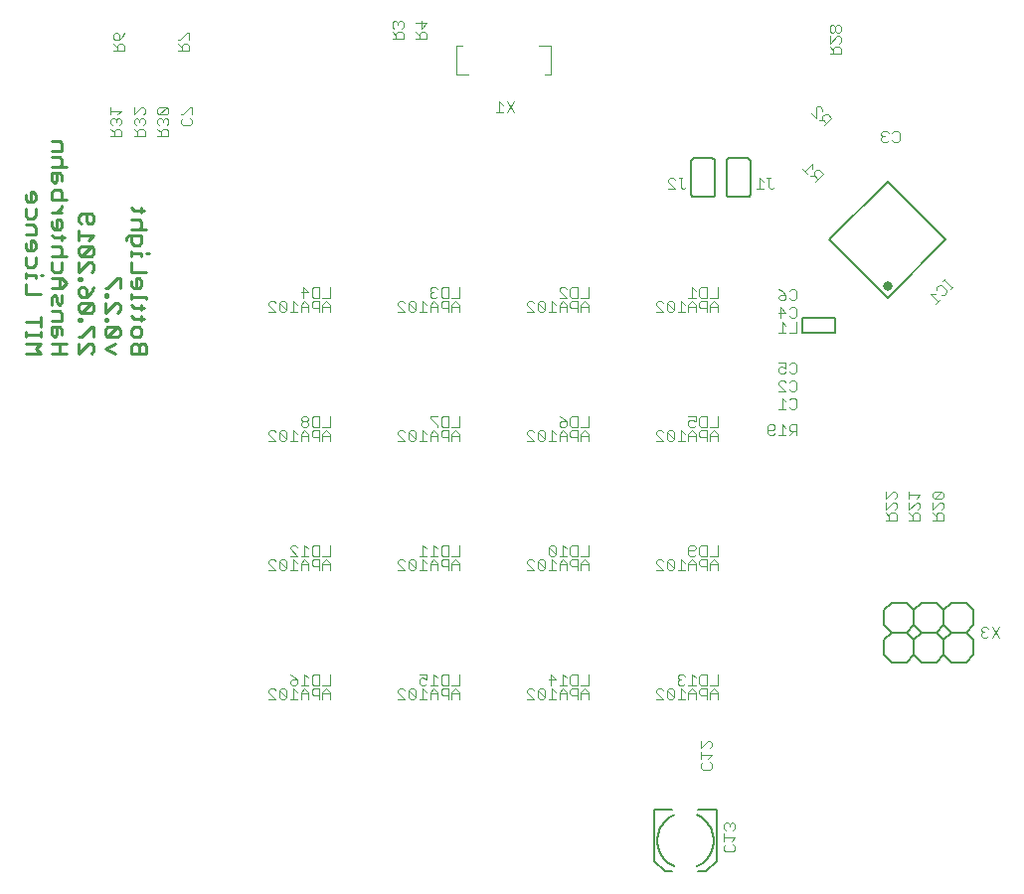
<source format=gbr>
G04 EAGLE Gerber RS-274X export*
G75*
%MOMM*%
%FSLAX34Y34*%
%LPD*%
%INSilkscreen Bottom*%
%IPPOS*%
%AMOC8*
5,1,8,0,0,1.08239X$1,22.5*%
G01*
%ADD10C,0.228600*%
%ADD11C,0.076200*%
%ADD12C,0.203200*%
%ADD13C,0.127000*%
%ADD14C,0.800000*%
%ADD15C,0.152400*%
%ADD16C,0.101600*%
%ADD17C,0.100000*%


D10*
X123143Y510143D02*
X135868Y510143D01*
X135868Y516505D01*
X133747Y518626D01*
X131626Y518626D01*
X129505Y516505D01*
X127385Y518626D01*
X125264Y518626D01*
X123143Y516505D01*
X123143Y510143D01*
X129505Y510143D02*
X129505Y516505D01*
X123143Y526076D02*
X123143Y530317D01*
X125264Y532438D01*
X129505Y532438D01*
X131626Y530317D01*
X131626Y526076D01*
X129505Y523955D01*
X125264Y523955D01*
X123143Y526076D01*
X125264Y539887D02*
X133747Y539887D01*
X125264Y539887D02*
X123143Y542008D01*
X131626Y542008D02*
X131626Y537767D01*
X133747Y549095D02*
X125264Y549095D01*
X123143Y551216D01*
X131626Y551216D02*
X131626Y546974D01*
X135868Y556182D02*
X135868Y558303D01*
X123143Y558303D01*
X123143Y556182D02*
X123143Y560424D01*
X123143Y567511D02*
X123143Y571753D01*
X123143Y567511D02*
X125264Y565390D01*
X129505Y565390D01*
X131626Y567511D01*
X131626Y571753D01*
X129505Y573873D01*
X127385Y573873D01*
X127385Y565390D01*
X123143Y579202D02*
X135868Y579202D01*
X123143Y579202D02*
X123143Y587685D01*
X131626Y593014D02*
X131626Y595134D01*
X123143Y595134D01*
X123143Y593014D02*
X123143Y597255D01*
X135868Y595134D02*
X137989Y595134D01*
X118901Y606463D02*
X118901Y608584D01*
X121022Y610705D01*
X131626Y610705D01*
X131626Y604342D01*
X129505Y602222D01*
X125264Y602222D01*
X123143Y604342D01*
X123143Y610705D01*
X123143Y616033D02*
X135868Y616033D01*
X131626Y618154D02*
X129505Y616033D01*
X131626Y618154D02*
X131626Y622396D01*
X129505Y624517D01*
X123143Y624517D01*
X125264Y631966D02*
X133747Y631966D01*
X125264Y631966D02*
X123143Y634087D01*
X131626Y634087D02*
X131626Y629845D01*
X100643Y514385D02*
X109126Y510143D01*
X109126Y518626D02*
X100643Y514385D01*
X102764Y523955D02*
X111247Y523955D01*
X113368Y526076D01*
X113368Y530317D01*
X111247Y532438D01*
X102764Y532438D01*
X100643Y530317D01*
X100643Y526076D01*
X102764Y523955D01*
X111247Y532438D01*
X102764Y537767D02*
X100643Y537767D01*
X102764Y537767D02*
X102764Y539887D01*
X100643Y539887D01*
X100643Y537767D01*
X100643Y544672D02*
X100643Y553156D01*
X109126Y553156D02*
X100643Y544672D01*
X109126Y553156D02*
X111247Y553156D01*
X113368Y551035D01*
X113368Y546793D01*
X111247Y544672D01*
X102764Y558484D02*
X100643Y558484D01*
X102764Y558484D02*
X102764Y560605D01*
X100643Y560605D01*
X100643Y558484D01*
X113368Y565390D02*
X113368Y573873D01*
X111247Y573873D01*
X102764Y565390D01*
X100643Y565390D01*
X78143Y518626D02*
X78143Y510143D01*
X86626Y518626D01*
X88747Y518626D01*
X90868Y516505D01*
X90868Y512264D01*
X88747Y510143D01*
X90868Y523955D02*
X90868Y532438D01*
X88747Y532438D01*
X80264Y523955D01*
X78143Y523955D01*
X78143Y537767D02*
X80264Y537767D01*
X80264Y539887D01*
X78143Y539887D01*
X78143Y537767D01*
X80264Y544672D02*
X88747Y544672D01*
X90868Y546793D01*
X90868Y551035D01*
X88747Y553156D01*
X80264Y553156D01*
X78143Y551035D01*
X78143Y546793D01*
X80264Y544672D01*
X88747Y553156D01*
X88747Y562726D02*
X90868Y566967D01*
X88747Y562726D02*
X84505Y558484D01*
X80264Y558484D01*
X78143Y560605D01*
X78143Y564847D01*
X80264Y566967D01*
X82385Y566967D01*
X84505Y564847D01*
X84505Y558484D01*
X80264Y572296D02*
X78143Y572296D01*
X80264Y572296D02*
X80264Y574417D01*
X78143Y574417D01*
X78143Y572296D01*
X78143Y579202D02*
X78143Y587685D01*
X78143Y579202D02*
X86626Y587685D01*
X88747Y587685D01*
X90868Y585564D01*
X90868Y581323D01*
X88747Y579202D01*
X88747Y593014D02*
X80264Y593014D01*
X88747Y593014D02*
X90868Y595134D01*
X90868Y599376D01*
X88747Y601497D01*
X80264Y601497D01*
X78143Y599376D01*
X78143Y595134D01*
X80264Y593014D01*
X88747Y601497D01*
X86626Y606825D02*
X90868Y611067D01*
X78143Y611067D01*
X78143Y606825D02*
X78143Y615309D01*
X80264Y620637D02*
X78143Y622758D01*
X78143Y627000D01*
X80264Y629120D01*
X88747Y629120D01*
X90868Y627000D01*
X90868Y622758D01*
X88747Y620637D01*
X86626Y620637D01*
X84505Y622758D01*
X84505Y629120D01*
X68368Y510143D02*
X55643Y510143D01*
X62005Y510143D02*
X62005Y518626D01*
X55643Y518626D02*
X68368Y518626D01*
X64126Y526076D02*
X64126Y530317D01*
X62005Y532438D01*
X55643Y532438D01*
X55643Y526076D01*
X57764Y523955D01*
X59885Y526076D01*
X59885Y532438D01*
X64126Y537767D02*
X55643Y537767D01*
X64126Y537767D02*
X64126Y544129D01*
X62005Y546250D01*
X55643Y546250D01*
X55643Y551578D02*
X55643Y557941D01*
X57764Y560062D01*
X59885Y557941D01*
X59885Y553699D01*
X62005Y551578D01*
X64126Y553699D01*
X64126Y560062D01*
X64126Y565390D02*
X55643Y565390D01*
X64126Y565390D02*
X68368Y569632D01*
X64126Y573873D01*
X55643Y573873D01*
X62005Y573873D02*
X62005Y565390D01*
X64126Y581323D02*
X64126Y587685D01*
X64126Y581323D02*
X62005Y579202D01*
X57764Y579202D01*
X55643Y581323D01*
X55643Y587685D01*
X55643Y593014D02*
X68368Y593014D01*
X64126Y595135D02*
X62005Y593014D01*
X64126Y595135D02*
X64126Y599376D01*
X62005Y601497D01*
X55643Y601497D01*
X57764Y608946D02*
X66247Y608946D01*
X57764Y608946D02*
X55643Y611067D01*
X64126Y611067D02*
X64126Y606825D01*
X55643Y618154D02*
X55643Y622396D01*
X55643Y618154D02*
X57764Y616033D01*
X62005Y616033D01*
X64126Y618154D01*
X64126Y622396D01*
X62005Y624517D01*
X59885Y624517D01*
X59885Y616033D01*
X55643Y629845D02*
X64126Y629845D01*
X59885Y629845D02*
X64126Y634087D01*
X64126Y636208D01*
X68368Y641355D02*
X55643Y641355D01*
X55643Y647717D01*
X57764Y649838D01*
X62005Y649838D01*
X64126Y647717D01*
X64126Y641355D01*
X64126Y657288D02*
X64126Y661529D01*
X62005Y663650D01*
X55643Y663650D01*
X55643Y657288D01*
X57764Y655167D01*
X59885Y657288D01*
X59885Y663650D01*
X55643Y668978D02*
X68368Y668978D01*
X64126Y671099D02*
X62005Y668978D01*
X64126Y671099D02*
X64126Y675341D01*
X62005Y677462D01*
X55643Y677462D01*
X55643Y682790D02*
X64126Y682790D01*
X64126Y689153D01*
X62005Y691274D01*
X55643Y691274D01*
X45868Y510143D02*
X33143Y510143D01*
X41626Y514385D02*
X45868Y510143D01*
X41626Y514385D02*
X45868Y518626D01*
X33143Y518626D01*
X33143Y523955D02*
X33143Y528196D01*
X33143Y526076D02*
X45868Y526076D01*
X45868Y528196D02*
X45868Y523955D01*
X45868Y537404D02*
X33143Y537404D01*
X45868Y533163D02*
X45868Y541646D01*
X45868Y560786D02*
X33143Y560786D01*
X33143Y569269D01*
X41626Y574598D02*
X41626Y576719D01*
X33143Y576719D01*
X33143Y574598D02*
X33143Y578840D01*
X45868Y576719D02*
X47989Y576719D01*
X41626Y585927D02*
X41626Y592289D01*
X41626Y585927D02*
X39505Y583806D01*
X35264Y583806D01*
X33143Y585927D01*
X33143Y592289D01*
X33143Y599738D02*
X33143Y603980D01*
X33143Y599738D02*
X35264Y597618D01*
X39505Y597618D01*
X41626Y599738D01*
X41626Y603980D01*
X39505Y606101D01*
X37385Y606101D01*
X37385Y597618D01*
X33143Y611429D02*
X41626Y611429D01*
X41626Y617792D01*
X39505Y619913D01*
X33143Y619913D01*
X41626Y627362D02*
X41626Y633724D01*
X41626Y627362D02*
X39505Y625241D01*
X35264Y625241D01*
X33143Y627362D01*
X33143Y633724D01*
X33143Y641174D02*
X33143Y645415D01*
X33143Y641174D02*
X35264Y639053D01*
X39505Y639053D01*
X41626Y641174D01*
X41626Y645415D01*
X39505Y647536D01*
X37385Y647536D01*
X37385Y639053D01*
D11*
X683455Y470586D02*
X684996Y472127D01*
X688078Y472127D01*
X689619Y470586D01*
X689619Y464422D01*
X688078Y462881D01*
X684996Y462881D01*
X683455Y464422D01*
X680411Y469045D02*
X677329Y472127D01*
X677329Y462881D01*
X680411Y462881D02*
X674247Y462881D01*
X615586Y161545D02*
X617127Y160004D01*
X617127Y156922D01*
X615586Y155381D01*
X609422Y155381D01*
X607881Y156922D01*
X607881Y160004D01*
X609422Y161545D01*
X614045Y164589D02*
X617127Y167671D01*
X607881Y167671D01*
X607881Y164589D02*
X607881Y170753D01*
X607881Y173797D02*
X607881Y179961D01*
X607881Y173797D02*
X614045Y179961D01*
X615586Y179961D01*
X617127Y178420D01*
X617127Y175338D01*
X615586Y173797D01*
D12*
X621500Y121500D02*
X621500Y77500D01*
X621500Y121500D02*
X606000Y121500D01*
X584000Y121500D02*
X568500Y121500D01*
X568500Y77500D01*
X577500Y68500D02*
X584000Y68500D01*
X606000Y68500D02*
X612500Y68500D01*
X621500Y77500D01*
X577500Y68500D02*
X568500Y77500D01*
X604500Y73000D02*
X605036Y73239D01*
X605566Y73491D01*
X606089Y73756D01*
X606606Y74034D01*
X607116Y74325D01*
X607619Y74627D01*
X608114Y74942D01*
X608601Y75270D01*
X609080Y75609D01*
X609550Y75959D01*
X610012Y76321D01*
X610465Y76694D01*
X610909Y77078D01*
X611343Y77473D01*
X611767Y77879D01*
X612181Y78294D01*
X612585Y78720D01*
X612979Y79156D01*
X613361Y79601D01*
X613733Y80055D01*
X614093Y80518D01*
X614442Y80990D01*
X614779Y81470D01*
X615104Y81958D01*
X615418Y82454D01*
X615719Y82958D01*
X616007Y83469D01*
X616283Y83987D01*
X616547Y84511D01*
X616797Y85042D01*
X617034Y85579D01*
X617258Y86121D01*
X617469Y86669D01*
X617666Y87221D01*
X617850Y87779D01*
X618020Y88340D01*
X618176Y88906D01*
X618318Y89475D01*
X618447Y90048D01*
X618561Y90624D01*
X618661Y91202D01*
X618747Y91782D01*
X618819Y92365D01*
X618876Y92949D01*
X618919Y93534D01*
X618948Y94120D01*
X618962Y94707D01*
X618962Y95293D01*
X618948Y95880D01*
X618919Y96466D01*
X618876Y97051D01*
X618819Y97635D01*
X618747Y98218D01*
X618661Y98798D01*
X618561Y99376D01*
X618447Y99952D01*
X618318Y100525D01*
X618176Y101094D01*
X618020Y101660D01*
X617850Y102221D01*
X617666Y102779D01*
X617469Y103331D01*
X617258Y103879D01*
X617034Y104421D01*
X616797Y104958D01*
X616547Y105489D01*
X616283Y106013D01*
X616007Y106531D01*
X615719Y107042D01*
X615418Y107546D01*
X615104Y108042D01*
X614779Y108530D01*
X614442Y109010D01*
X614093Y109482D01*
X613733Y109945D01*
X613361Y110399D01*
X612979Y110844D01*
X612585Y111280D01*
X612181Y111706D01*
X611767Y112121D01*
X611343Y112527D01*
X610909Y112922D01*
X610465Y113306D01*
X610012Y113679D01*
X609550Y114041D01*
X609080Y114391D01*
X608601Y114730D01*
X608114Y115058D01*
X607619Y115373D01*
X607116Y115675D01*
X606606Y115966D01*
X606089Y116244D01*
X605566Y116509D01*
X605036Y116761D01*
X604500Y117000D01*
X585500Y117000D02*
X584964Y116761D01*
X584434Y116509D01*
X583911Y116244D01*
X583394Y115966D01*
X582884Y115675D01*
X582381Y115373D01*
X581886Y115058D01*
X581399Y114730D01*
X580920Y114391D01*
X580450Y114041D01*
X579988Y113679D01*
X579535Y113306D01*
X579091Y112922D01*
X578657Y112527D01*
X578233Y112121D01*
X577819Y111706D01*
X577415Y111280D01*
X577021Y110844D01*
X576639Y110399D01*
X576267Y109945D01*
X575907Y109482D01*
X575558Y109010D01*
X575221Y108530D01*
X574896Y108042D01*
X574582Y107546D01*
X574281Y107042D01*
X573993Y106531D01*
X573717Y106013D01*
X573453Y105489D01*
X573203Y104958D01*
X572966Y104421D01*
X572742Y103879D01*
X572531Y103331D01*
X572334Y102779D01*
X572150Y102221D01*
X571980Y101660D01*
X571824Y101094D01*
X571682Y100525D01*
X571553Y99952D01*
X571439Y99376D01*
X571339Y98798D01*
X571253Y98218D01*
X571181Y97635D01*
X571124Y97051D01*
X571081Y96466D01*
X571052Y95880D01*
X571038Y95293D01*
X571038Y94707D01*
X571052Y94120D01*
X571081Y93534D01*
X571124Y92949D01*
X571181Y92365D01*
X571253Y91782D01*
X571339Y91202D01*
X571439Y90624D01*
X571553Y90048D01*
X571682Y89475D01*
X571824Y88906D01*
X571980Y88340D01*
X572150Y87779D01*
X572334Y87221D01*
X572531Y86669D01*
X572742Y86121D01*
X572966Y85579D01*
X573203Y85042D01*
X573453Y84511D01*
X573717Y83987D01*
X573993Y83469D01*
X574281Y82958D01*
X574582Y82454D01*
X574896Y81958D01*
X575221Y81470D01*
X575558Y80990D01*
X575907Y80518D01*
X576267Y80055D01*
X576639Y79601D01*
X577021Y79156D01*
X577415Y78720D01*
X577819Y78294D01*
X578233Y77879D01*
X578657Y77473D01*
X579091Y77078D01*
X579535Y76694D01*
X579988Y76321D01*
X580450Y75959D01*
X580920Y75609D01*
X581399Y75270D01*
X581886Y74942D01*
X582381Y74627D01*
X582884Y74325D01*
X583394Y74034D01*
X583911Y73756D01*
X584434Y73491D01*
X584964Y73239D01*
X585500Y73000D01*
D11*
X635586Y91545D02*
X637127Y90004D01*
X637127Y86922D01*
X635586Y85381D01*
X629422Y85381D01*
X627881Y86922D01*
X627881Y90004D01*
X629422Y91545D01*
X634045Y94589D02*
X637127Y97671D01*
X627881Y97671D01*
X627881Y94589D02*
X627881Y100753D01*
X635586Y103797D02*
X637127Y105338D01*
X637127Y108420D01*
X635586Y109961D01*
X634045Y109961D01*
X632504Y108420D01*
X632504Y106879D01*
X632504Y108420D02*
X630963Y109961D01*
X629422Y109961D01*
X627881Y108420D01*
X627881Y105338D01*
X629422Y103797D01*
X683455Y485586D02*
X684996Y487127D01*
X688078Y487127D01*
X689619Y485586D01*
X689619Y479422D01*
X688078Y477881D01*
X684996Y477881D01*
X683455Y479422D01*
X680411Y477881D02*
X674247Y477881D01*
X680411Y477881D02*
X674247Y484045D01*
X674247Y485586D01*
X675788Y487127D01*
X678870Y487127D01*
X680411Y485586D01*
X770955Y698086D02*
X772496Y699627D01*
X775578Y699627D01*
X777119Y698086D01*
X777119Y691922D01*
X775578Y690381D01*
X772496Y690381D01*
X770955Y691922D01*
X767911Y698086D02*
X766370Y699627D01*
X763288Y699627D01*
X761747Y698086D01*
X761747Y696545D01*
X763288Y695004D01*
X764829Y695004D01*
X763288Y695004D02*
X761747Y693463D01*
X761747Y691922D01*
X763288Y690381D01*
X766370Y690381D01*
X767911Y691922D01*
X684996Y549627D02*
X683455Y548086D01*
X684996Y549627D02*
X688078Y549627D01*
X689619Y548086D01*
X689619Y541922D01*
X688078Y540381D01*
X684996Y540381D01*
X683455Y541922D01*
X675788Y540381D02*
X675788Y549627D01*
X680411Y545004D01*
X674247Y545004D01*
X684996Y502127D02*
X683455Y500586D01*
X684996Y502127D02*
X688078Y502127D01*
X689619Y500586D01*
X689619Y494422D01*
X688078Y492881D01*
X684996Y492881D01*
X683455Y494422D01*
X680411Y502127D02*
X674247Y502127D01*
X680411Y502127D02*
X680411Y497504D01*
X677329Y499045D01*
X675788Y499045D01*
X674247Y497504D01*
X674247Y494422D01*
X675788Y492881D01*
X678870Y492881D01*
X680411Y494422D01*
X683455Y563086D02*
X684996Y564627D01*
X688078Y564627D01*
X689619Y563086D01*
X689619Y556922D01*
X688078Y555381D01*
X684996Y555381D01*
X683455Y556922D01*
X677329Y563086D02*
X674247Y564627D01*
X677329Y563086D02*
X680411Y560004D01*
X680411Y556922D01*
X678870Y555381D01*
X675788Y555381D01*
X674247Y556922D01*
X674247Y558463D01*
X675788Y560004D01*
X680411Y560004D01*
D13*
X767071Y656569D02*
X816569Y607071D01*
X767071Y656569D02*
X717574Y607071D01*
X767071Y557574D02*
X816569Y607071D01*
X767071Y557574D02*
X717574Y607071D01*
D14*
X767071Y567473D03*
D11*
X820777Y565331D02*
X822956Y567511D01*
X821866Y566421D02*
X815329Y572959D01*
X816418Y574048D02*
X814239Y571869D01*
X808809Y566439D02*
X808809Y564260D01*
X808809Y566439D02*
X810988Y568618D01*
X813167Y568618D01*
X817526Y564260D01*
X817526Y562080D01*
X815346Y559901D01*
X813167Y559901D01*
X807746Y561018D02*
X803387Y561018D01*
X809925Y554480D01*
X812104Y556659D02*
X807746Y552300D01*
X689619Y449627D02*
X689619Y440381D01*
X689619Y449627D02*
X684996Y449627D01*
X683455Y448086D01*
X683455Y445004D01*
X684996Y443463D01*
X689619Y443463D01*
X686537Y443463D02*
X683455Y440381D01*
X680411Y446545D02*
X677329Y449627D01*
X677329Y440381D01*
X680411Y440381D02*
X674247Y440381D01*
X671203Y441922D02*
X669662Y440381D01*
X666580Y440381D01*
X665039Y441922D01*
X665039Y448086D01*
X666580Y449627D01*
X669662Y449627D01*
X671203Y448086D01*
X671203Y446545D01*
X669662Y445004D01*
X665039Y445004D01*
X805381Y367881D02*
X814627Y367881D01*
X814627Y372504D01*
X813086Y374045D01*
X810004Y374045D01*
X808463Y372504D01*
X808463Y367881D01*
X808463Y370963D02*
X805381Y374045D01*
X805381Y377089D02*
X805381Y383253D01*
X805381Y377089D02*
X811545Y383253D01*
X813086Y383253D01*
X814627Y381712D01*
X814627Y378630D01*
X813086Y377089D01*
X813086Y386297D02*
X806922Y386297D01*
X813086Y386297D02*
X814627Y387838D01*
X814627Y390920D01*
X813086Y392461D01*
X806922Y392461D01*
X805381Y390920D01*
X805381Y387838D01*
X806922Y386297D01*
X813086Y392461D01*
X794627Y367881D02*
X785381Y367881D01*
X794627Y367881D02*
X794627Y372504D01*
X793086Y374045D01*
X790004Y374045D01*
X788463Y372504D01*
X788463Y367881D01*
X788463Y370963D02*
X785381Y374045D01*
X785381Y377089D02*
X785381Y383253D01*
X785381Y377089D02*
X791545Y383253D01*
X793086Y383253D01*
X794627Y381712D01*
X794627Y378630D01*
X793086Y377089D01*
X791545Y386297D02*
X794627Y389379D01*
X785381Y389379D01*
X785381Y386297D02*
X785381Y392461D01*
X774627Y367881D02*
X765381Y367881D01*
X774627Y367881D02*
X774627Y372504D01*
X773086Y374045D01*
X770004Y374045D01*
X768463Y372504D01*
X768463Y367881D01*
X768463Y370963D02*
X765381Y374045D01*
X765381Y377089D02*
X765381Y383253D01*
X765381Y377089D02*
X771545Y383253D01*
X773086Y383253D01*
X774627Y381712D01*
X774627Y378630D01*
X773086Y377089D01*
X765381Y386297D02*
X765381Y392461D01*
X765381Y386297D02*
X771545Y392461D01*
X773086Y392461D01*
X774627Y390920D01*
X774627Y387838D01*
X773086Y386297D01*
X727127Y765257D02*
X717881Y765257D01*
X727127Y765257D02*
X727127Y769880D01*
X725586Y771421D01*
X722504Y771421D01*
X720963Y769880D01*
X720963Y765257D01*
X720963Y768339D02*
X717881Y771421D01*
X717881Y774465D02*
X717881Y780629D01*
X717881Y774465D02*
X724045Y780629D01*
X725586Y780629D01*
X727127Y779088D01*
X727127Y776006D01*
X725586Y774465D01*
X725586Y783673D02*
X727127Y785214D01*
X727127Y788296D01*
X725586Y789837D01*
X724045Y789837D01*
X722504Y788296D01*
X720963Y789837D01*
X719422Y789837D01*
X717881Y788296D01*
X717881Y785214D01*
X719422Y783673D01*
X720963Y783673D01*
X722504Y785214D01*
X724045Y783673D01*
X725586Y783673D01*
X722504Y785214D02*
X722504Y788296D01*
X174627Y709088D02*
X173086Y710629D01*
X174627Y709088D02*
X174627Y706006D01*
X173086Y704465D01*
X166922Y704465D01*
X165381Y706006D01*
X165381Y709088D01*
X166922Y710629D01*
X174627Y713673D02*
X174627Y719837D01*
X173086Y719837D01*
X166922Y713673D01*
X165381Y713673D01*
X154627Y695257D02*
X145381Y695257D01*
X154627Y695257D02*
X154627Y699880D01*
X153086Y701421D01*
X150004Y701421D01*
X148463Y699880D01*
X148463Y695257D01*
X148463Y698339D02*
X145381Y701421D01*
X153086Y704465D02*
X154627Y706006D01*
X154627Y709088D01*
X153086Y710629D01*
X151545Y710629D01*
X150004Y709088D01*
X150004Y707547D01*
X150004Y709088D02*
X148463Y710629D01*
X146922Y710629D01*
X145381Y709088D01*
X145381Y706006D01*
X146922Y704465D01*
X146922Y713673D02*
X153086Y713673D01*
X154627Y715214D01*
X154627Y718296D01*
X153086Y719837D01*
X146922Y719837D01*
X145381Y718296D01*
X145381Y715214D01*
X146922Y713673D01*
X153086Y719837D01*
X114627Y695257D02*
X105381Y695257D01*
X114627Y695257D02*
X114627Y699880D01*
X113086Y701421D01*
X110004Y701421D01*
X108463Y699880D01*
X108463Y695257D01*
X108463Y698339D02*
X105381Y701421D01*
X113086Y704465D02*
X114627Y706006D01*
X114627Y709088D01*
X113086Y710629D01*
X111545Y710629D01*
X110004Y709088D01*
X110004Y707547D01*
X110004Y709088D02*
X108463Y710629D01*
X106922Y710629D01*
X105381Y709088D01*
X105381Y706006D01*
X106922Y704465D01*
X111545Y713673D02*
X114627Y716755D01*
X105381Y716755D01*
X105381Y713673D02*
X105381Y719837D01*
X125381Y695257D02*
X134627Y695257D01*
X134627Y699880D01*
X133086Y701421D01*
X130004Y701421D01*
X128463Y699880D01*
X128463Y695257D01*
X128463Y698339D02*
X125381Y701421D01*
X133086Y704465D02*
X134627Y706006D01*
X134627Y709088D01*
X133086Y710629D01*
X131545Y710629D01*
X130004Y709088D01*
X130004Y707547D01*
X130004Y709088D02*
X128463Y710629D01*
X126922Y710629D01*
X125381Y709088D01*
X125381Y706006D01*
X126922Y704465D01*
X125381Y713673D02*
X125381Y719837D01*
X125381Y713673D02*
X131545Y719837D01*
X133086Y719837D01*
X134627Y718296D01*
X134627Y715214D01*
X133086Y713673D01*
X117127Y767881D02*
X107881Y767881D01*
X117127Y767881D02*
X117127Y772504D01*
X115586Y774045D01*
X112504Y774045D01*
X110963Y772504D01*
X110963Y767881D01*
X110963Y770963D02*
X107881Y774045D01*
X115586Y780171D02*
X117127Y783253D01*
X115586Y780171D02*
X112504Y777089D01*
X109422Y777089D01*
X107881Y778630D01*
X107881Y781712D01*
X109422Y783253D01*
X110963Y783253D01*
X112504Y781712D01*
X112504Y777089D01*
D15*
X821350Y297700D02*
X834050Y297700D01*
X821350Y297700D02*
X815000Y291350D01*
X815000Y278650D01*
X821350Y272300D01*
X840400Y278650D02*
X840400Y291350D01*
X834050Y297700D01*
X840400Y278650D02*
X834050Y272300D01*
X821350Y272300D01*
X815000Y265950D01*
X815000Y253250D01*
X821350Y246900D01*
X834050Y246900D01*
X840400Y265950D02*
X834050Y272300D01*
X840400Y265950D02*
X840400Y253250D01*
X834050Y246900D01*
X789600Y253250D02*
X789600Y265950D01*
X789600Y278650D02*
X789600Y291350D01*
X789600Y278650D02*
X795950Y272300D01*
X789600Y265950D01*
X789600Y253250D02*
X795950Y246900D01*
X789600Y291350D02*
X795950Y297700D01*
X808650Y297700D01*
X808650Y272300D02*
X795950Y272300D01*
X795950Y246900D02*
X808650Y246900D01*
X815000Y265950D02*
X808650Y272300D01*
X815000Y291350D02*
X808650Y297700D01*
X815000Y278650D02*
X808650Y272300D01*
X815000Y253250D02*
X808650Y246900D01*
X764200Y278650D02*
X764200Y291350D01*
X764200Y265950D02*
X764200Y253250D01*
X770550Y272300D02*
X764200Y278650D01*
X770550Y272300D02*
X764200Y265950D01*
X764200Y253250D02*
X770550Y246900D01*
X764200Y291350D02*
X770550Y297700D01*
X783250Y272300D02*
X789600Y265950D01*
X783250Y272300D02*
X789600Y278650D01*
X789600Y291350D02*
X783250Y297700D01*
X789600Y253250D02*
X783250Y246900D01*
X783250Y272300D02*
X770550Y272300D01*
X770550Y297700D02*
X783250Y297700D01*
X783250Y246900D02*
X770550Y246900D01*
D16*
X855998Y268008D02*
X861992Y277000D01*
X855998Y277000D02*
X861992Y268008D01*
X852784Y275501D02*
X851286Y277000D01*
X848288Y277000D01*
X846790Y275501D01*
X846790Y274002D01*
X848288Y272504D01*
X849787Y272504D01*
X848288Y272504D02*
X846790Y271005D01*
X846790Y269507D01*
X848288Y268008D01*
X851286Y268008D01*
X852784Y269507D01*
D11*
X622119Y557381D02*
X622119Y566627D01*
X622119Y557381D02*
X615955Y557381D01*
X612911Y557381D02*
X612911Y566627D01*
X612911Y557381D02*
X608288Y557381D01*
X606747Y558922D01*
X606747Y565086D01*
X608288Y566627D01*
X612911Y566627D01*
X603703Y563545D02*
X600621Y566627D01*
X600621Y557381D01*
X603703Y557381D02*
X597539Y557381D01*
X622119Y551545D02*
X622119Y545381D01*
X622119Y551545D02*
X619037Y554627D01*
X615955Y551545D01*
X615955Y545381D01*
X615955Y550004D02*
X622119Y550004D01*
X612911Y545381D02*
X612911Y554627D01*
X608288Y554627D01*
X606747Y553086D01*
X606747Y550004D01*
X608288Y548463D01*
X612911Y548463D01*
X603703Y545381D02*
X603703Y551545D01*
X600621Y554627D01*
X597539Y551545D01*
X597539Y545381D01*
X597539Y550004D02*
X603703Y550004D01*
X594495Y551545D02*
X591414Y554627D01*
X591414Y545381D01*
X594495Y545381D02*
X588332Y545381D01*
X585288Y546922D02*
X585288Y553086D01*
X583747Y554627D01*
X580665Y554627D01*
X579124Y553086D01*
X579124Y546922D01*
X580665Y545381D01*
X583747Y545381D01*
X585288Y546922D01*
X579124Y553086D01*
X576080Y545381D02*
X569916Y545381D01*
X576080Y545381D02*
X569916Y551545D01*
X569916Y553086D01*
X571457Y554627D01*
X574539Y554627D01*
X576080Y553086D01*
X512119Y557381D02*
X512119Y566627D01*
X512119Y557381D02*
X505955Y557381D01*
X502911Y557381D02*
X502911Y566627D01*
X502911Y557381D02*
X498288Y557381D01*
X496747Y558922D01*
X496747Y565086D01*
X498288Y566627D01*
X502911Y566627D01*
X493703Y557381D02*
X487539Y557381D01*
X493703Y557381D02*
X487539Y563545D01*
X487539Y565086D01*
X489080Y566627D01*
X492162Y566627D01*
X493703Y565086D01*
X512119Y551545D02*
X512119Y545381D01*
X512119Y551545D02*
X509037Y554627D01*
X505955Y551545D01*
X505955Y545381D01*
X505955Y550004D02*
X512119Y550004D01*
X502911Y545381D02*
X502911Y554627D01*
X498288Y554627D01*
X496747Y553086D01*
X496747Y550004D01*
X498288Y548463D01*
X502911Y548463D01*
X493703Y545381D02*
X493703Y551545D01*
X490621Y554627D01*
X487539Y551545D01*
X487539Y545381D01*
X487539Y550004D02*
X493703Y550004D01*
X484495Y551545D02*
X481414Y554627D01*
X481414Y545381D01*
X484495Y545381D02*
X478332Y545381D01*
X475288Y546922D02*
X475288Y553086D01*
X473747Y554627D01*
X470665Y554627D01*
X469124Y553086D01*
X469124Y546922D01*
X470665Y545381D01*
X473747Y545381D01*
X475288Y546922D01*
X469124Y553086D01*
X466080Y545381D02*
X459916Y545381D01*
X466080Y545381D02*
X459916Y551545D01*
X459916Y553086D01*
X461457Y554627D01*
X464539Y554627D01*
X466080Y553086D01*
X402119Y557381D02*
X402119Y566627D01*
X402119Y557381D02*
X395955Y557381D01*
X392911Y557381D02*
X392911Y566627D01*
X392911Y557381D02*
X388288Y557381D01*
X386747Y558922D01*
X386747Y565086D01*
X388288Y566627D01*
X392911Y566627D01*
X383703Y565086D02*
X382162Y566627D01*
X379080Y566627D01*
X377539Y565086D01*
X377539Y563545D01*
X379080Y562004D01*
X380621Y562004D01*
X379080Y562004D02*
X377539Y560463D01*
X377539Y558922D01*
X379080Y557381D01*
X382162Y557381D01*
X383703Y558922D01*
X402119Y551545D02*
X402119Y545381D01*
X402119Y551545D02*
X399037Y554627D01*
X395955Y551545D01*
X395955Y545381D01*
X395955Y550004D02*
X402119Y550004D01*
X392911Y545381D02*
X392911Y554627D01*
X388288Y554627D01*
X386747Y553086D01*
X386747Y550004D01*
X388288Y548463D01*
X392911Y548463D01*
X383703Y545381D02*
X383703Y551545D01*
X380621Y554627D01*
X377539Y551545D01*
X377539Y545381D01*
X377539Y550004D02*
X383703Y550004D01*
X374495Y551545D02*
X371414Y554627D01*
X371414Y545381D01*
X374495Y545381D02*
X368332Y545381D01*
X365288Y546922D02*
X365288Y553086D01*
X363747Y554627D01*
X360665Y554627D01*
X359124Y553086D01*
X359124Y546922D01*
X360665Y545381D01*
X363747Y545381D01*
X365288Y546922D01*
X359124Y553086D01*
X356080Y545381D02*
X349916Y545381D01*
X356080Y545381D02*
X349916Y551545D01*
X349916Y553086D01*
X351457Y554627D01*
X354539Y554627D01*
X356080Y553086D01*
X292119Y557381D02*
X292119Y566627D01*
X292119Y557381D02*
X285955Y557381D01*
X282911Y557381D02*
X282911Y566627D01*
X282911Y557381D02*
X278288Y557381D01*
X276747Y558922D01*
X276747Y565086D01*
X278288Y566627D01*
X282911Y566627D01*
X269080Y566627D02*
X269080Y557381D01*
X273703Y562004D02*
X269080Y566627D01*
X267539Y562004D02*
X273703Y562004D01*
X292119Y551545D02*
X292119Y545381D01*
X292119Y551545D02*
X289037Y554627D01*
X285955Y551545D01*
X285955Y545381D01*
X285955Y550004D02*
X292119Y550004D01*
X282911Y545381D02*
X282911Y554627D01*
X278288Y554627D01*
X276747Y553086D01*
X276747Y550004D01*
X278288Y548463D01*
X282911Y548463D01*
X273703Y545381D02*
X273703Y551545D01*
X270621Y554627D01*
X267539Y551545D01*
X267539Y545381D01*
X267539Y550004D02*
X273703Y550004D01*
X264495Y551545D02*
X261414Y554627D01*
X261414Y545381D01*
X264495Y545381D02*
X258332Y545381D01*
X255288Y546922D02*
X255288Y553086D01*
X253747Y554627D01*
X250665Y554627D01*
X249124Y553086D01*
X249124Y546922D01*
X250665Y545381D01*
X253747Y545381D01*
X255288Y546922D01*
X249124Y553086D01*
X246080Y545381D02*
X239916Y545381D01*
X246080Y545381D02*
X239916Y551545D01*
X239916Y553086D01*
X241457Y554627D01*
X244539Y554627D01*
X246080Y553086D01*
X622119Y456627D02*
X622119Y447381D01*
X615955Y447381D01*
X612911Y447381D02*
X612911Y456627D01*
X612911Y447381D02*
X608288Y447381D01*
X606747Y448922D01*
X606747Y455086D01*
X608288Y456627D01*
X612911Y456627D01*
X603703Y456627D02*
X597539Y456627D01*
X603703Y456627D02*
X603703Y452004D01*
X600621Y453545D01*
X599080Y453545D01*
X597539Y452004D01*
X597539Y448922D01*
X599080Y447381D01*
X602162Y447381D01*
X603703Y448922D01*
X622119Y441545D02*
X622119Y435381D01*
X622119Y441545D02*
X619037Y444627D01*
X615955Y441545D01*
X615955Y435381D01*
X615955Y440004D02*
X622119Y440004D01*
X612911Y435381D02*
X612911Y444627D01*
X608288Y444627D01*
X606747Y443086D01*
X606747Y440004D01*
X608288Y438463D01*
X612911Y438463D01*
X603703Y435381D02*
X603703Y441545D01*
X600621Y444627D01*
X597539Y441545D01*
X597539Y435381D01*
X597539Y440004D02*
X603703Y440004D01*
X594495Y441545D02*
X591414Y444627D01*
X591414Y435381D01*
X594495Y435381D02*
X588332Y435381D01*
X585288Y436922D02*
X585288Y443086D01*
X583747Y444627D01*
X580665Y444627D01*
X579124Y443086D01*
X579124Y436922D01*
X580665Y435381D01*
X583747Y435381D01*
X585288Y436922D01*
X579124Y443086D01*
X576080Y435381D02*
X569916Y435381D01*
X576080Y435381D02*
X569916Y441545D01*
X569916Y443086D01*
X571457Y444627D01*
X574539Y444627D01*
X576080Y443086D01*
X512119Y447381D02*
X512119Y456627D01*
X512119Y447381D02*
X505955Y447381D01*
X502911Y447381D02*
X502911Y456627D01*
X502911Y447381D02*
X498288Y447381D01*
X496747Y448922D01*
X496747Y455086D01*
X498288Y456627D01*
X502911Y456627D01*
X490621Y455086D02*
X487539Y456627D01*
X490621Y455086D02*
X493703Y452004D01*
X493703Y448922D01*
X492162Y447381D01*
X489080Y447381D01*
X487539Y448922D01*
X487539Y450463D01*
X489080Y452004D01*
X493703Y452004D01*
X512119Y441545D02*
X512119Y435381D01*
X512119Y441545D02*
X509037Y444627D01*
X505955Y441545D01*
X505955Y435381D01*
X505955Y440004D02*
X512119Y440004D01*
X502911Y435381D02*
X502911Y444627D01*
X498288Y444627D01*
X496747Y443086D01*
X496747Y440004D01*
X498288Y438463D01*
X502911Y438463D01*
X493703Y435381D02*
X493703Y441545D01*
X490621Y444627D01*
X487539Y441545D01*
X487539Y435381D01*
X487539Y440004D02*
X493703Y440004D01*
X484495Y441545D02*
X481414Y444627D01*
X481414Y435381D01*
X484495Y435381D02*
X478332Y435381D01*
X475288Y436922D02*
X475288Y443086D01*
X473747Y444627D01*
X470665Y444627D01*
X469124Y443086D01*
X469124Y436922D01*
X470665Y435381D01*
X473747Y435381D01*
X475288Y436922D01*
X469124Y443086D01*
X466080Y435381D02*
X459916Y435381D01*
X466080Y435381D02*
X459916Y441545D01*
X459916Y443086D01*
X461457Y444627D01*
X464539Y444627D01*
X466080Y443086D01*
X402119Y447381D02*
X402119Y456627D01*
X402119Y447381D02*
X395955Y447381D01*
X392911Y447381D02*
X392911Y456627D01*
X392911Y447381D02*
X388288Y447381D01*
X386747Y448922D01*
X386747Y455086D01*
X388288Y456627D01*
X392911Y456627D01*
X383703Y456627D02*
X377539Y456627D01*
X377539Y455086D01*
X383703Y448922D01*
X383703Y447381D01*
X402119Y441545D02*
X402119Y435381D01*
X402119Y441545D02*
X399037Y444627D01*
X395955Y441545D01*
X395955Y435381D01*
X395955Y440004D02*
X402119Y440004D01*
X392911Y435381D02*
X392911Y444627D01*
X388288Y444627D01*
X386747Y443086D01*
X386747Y440004D01*
X388288Y438463D01*
X392911Y438463D01*
X383703Y435381D02*
X383703Y441545D01*
X380621Y444627D01*
X377539Y441545D01*
X377539Y435381D01*
X377539Y440004D02*
X383703Y440004D01*
X374495Y441545D02*
X371414Y444627D01*
X371414Y435381D01*
X374495Y435381D02*
X368332Y435381D01*
X365288Y436922D02*
X365288Y443086D01*
X363747Y444627D01*
X360665Y444627D01*
X359124Y443086D01*
X359124Y436922D01*
X360665Y435381D01*
X363747Y435381D01*
X365288Y436922D01*
X359124Y443086D01*
X356080Y435381D02*
X349916Y435381D01*
X356080Y435381D02*
X349916Y441545D01*
X349916Y443086D01*
X351457Y444627D01*
X354539Y444627D01*
X356080Y443086D01*
X292119Y447381D02*
X292119Y456627D01*
X292119Y447381D02*
X285955Y447381D01*
X282911Y447381D02*
X282911Y456627D01*
X282911Y447381D02*
X278288Y447381D01*
X276747Y448922D01*
X276747Y455086D01*
X278288Y456627D01*
X282911Y456627D01*
X273703Y455086D02*
X272162Y456627D01*
X269080Y456627D01*
X267539Y455086D01*
X267539Y453545D01*
X269080Y452004D01*
X267539Y450463D01*
X267539Y448922D01*
X269080Y447381D01*
X272162Y447381D01*
X273703Y448922D01*
X273703Y450463D01*
X272162Y452004D01*
X273703Y453545D01*
X273703Y455086D01*
X272162Y452004D02*
X269080Y452004D01*
X292119Y441545D02*
X292119Y435381D01*
X292119Y441545D02*
X289037Y444627D01*
X285955Y441545D01*
X285955Y435381D01*
X285955Y440004D02*
X292119Y440004D01*
X282911Y435381D02*
X282911Y444627D01*
X278288Y444627D01*
X276747Y443086D01*
X276747Y440004D01*
X278288Y438463D01*
X282911Y438463D01*
X273703Y435381D02*
X273703Y441545D01*
X270621Y444627D01*
X267539Y441545D01*
X267539Y435381D01*
X267539Y440004D02*
X273703Y440004D01*
X264495Y441545D02*
X261414Y444627D01*
X261414Y435381D01*
X264495Y435381D02*
X258332Y435381D01*
X255288Y436922D02*
X255288Y443086D01*
X253747Y444627D01*
X250665Y444627D01*
X249124Y443086D01*
X249124Y436922D01*
X250665Y435381D01*
X253747Y435381D01*
X255288Y436922D01*
X249124Y443086D01*
X246080Y435381D02*
X239916Y435381D01*
X246080Y435381D02*
X239916Y441545D01*
X239916Y443086D01*
X241457Y444627D01*
X244539Y444627D01*
X246080Y443086D01*
X622119Y346627D02*
X622119Y337381D01*
X615955Y337381D01*
X612911Y337381D02*
X612911Y346627D01*
X612911Y337381D02*
X608288Y337381D01*
X606747Y338922D01*
X606747Y345086D01*
X608288Y346627D01*
X612911Y346627D01*
X603703Y338922D02*
X602162Y337381D01*
X599080Y337381D01*
X597539Y338922D01*
X597539Y345086D01*
X599080Y346627D01*
X602162Y346627D01*
X603703Y345086D01*
X603703Y343545D01*
X602162Y342004D01*
X597539Y342004D01*
X622119Y331545D02*
X622119Y325381D01*
X622119Y331545D02*
X619037Y334627D01*
X615955Y331545D01*
X615955Y325381D01*
X615955Y330004D02*
X622119Y330004D01*
X612911Y325381D02*
X612911Y334627D01*
X608288Y334627D01*
X606747Y333086D01*
X606747Y330004D01*
X608288Y328463D01*
X612911Y328463D01*
X603703Y325381D02*
X603703Y331545D01*
X600621Y334627D01*
X597539Y331545D01*
X597539Y325381D01*
X597539Y330004D02*
X603703Y330004D01*
X594495Y331545D02*
X591414Y334627D01*
X591414Y325381D01*
X594495Y325381D02*
X588332Y325381D01*
X585288Y326922D02*
X585288Y333086D01*
X583747Y334627D01*
X580665Y334627D01*
X579124Y333086D01*
X579124Y326922D01*
X580665Y325381D01*
X583747Y325381D01*
X585288Y326922D01*
X579124Y333086D01*
X576080Y325381D02*
X569916Y325381D01*
X576080Y325381D02*
X569916Y331545D01*
X569916Y333086D01*
X571457Y334627D01*
X574539Y334627D01*
X576080Y333086D01*
X512119Y337381D02*
X512119Y346627D01*
X512119Y337381D02*
X505955Y337381D01*
X502911Y337381D02*
X502911Y346627D01*
X502911Y337381D02*
X498288Y337381D01*
X496747Y338922D01*
X496747Y345086D01*
X498288Y346627D01*
X502911Y346627D01*
X493703Y343545D02*
X490621Y346627D01*
X490621Y337381D01*
X493703Y337381D02*
X487539Y337381D01*
X484495Y338922D02*
X484495Y345086D01*
X482955Y346627D01*
X479873Y346627D01*
X478332Y345086D01*
X478332Y338922D01*
X479873Y337381D01*
X482955Y337381D01*
X484495Y338922D01*
X478332Y345086D01*
X512119Y331545D02*
X512119Y325381D01*
X512119Y331545D02*
X509037Y334627D01*
X505955Y331545D01*
X505955Y325381D01*
X505955Y330004D02*
X512119Y330004D01*
X502911Y325381D02*
X502911Y334627D01*
X498288Y334627D01*
X496747Y333086D01*
X496747Y330004D01*
X498288Y328463D01*
X502911Y328463D01*
X493703Y325381D02*
X493703Y331545D01*
X490621Y334627D01*
X487539Y331545D01*
X487539Y325381D01*
X487539Y330004D02*
X493703Y330004D01*
X484495Y331545D02*
X481414Y334627D01*
X481414Y325381D01*
X484495Y325381D02*
X478332Y325381D01*
X475288Y326922D02*
X475288Y333086D01*
X473747Y334627D01*
X470665Y334627D01*
X469124Y333086D01*
X469124Y326922D01*
X470665Y325381D01*
X473747Y325381D01*
X475288Y326922D01*
X469124Y333086D01*
X466080Y325381D02*
X459916Y325381D01*
X466080Y325381D02*
X459916Y331545D01*
X459916Y333086D01*
X461457Y334627D01*
X464539Y334627D01*
X466080Y333086D01*
X402119Y337381D02*
X402119Y346627D01*
X402119Y337381D02*
X395955Y337381D01*
X392911Y337381D02*
X392911Y346627D01*
X392911Y337381D02*
X388288Y337381D01*
X386747Y338922D01*
X386747Y345086D01*
X388288Y346627D01*
X392911Y346627D01*
X383703Y343545D02*
X380621Y346627D01*
X380621Y337381D01*
X383703Y337381D02*
X377539Y337381D01*
X374495Y343545D02*
X371414Y346627D01*
X371414Y337381D01*
X374495Y337381D02*
X368332Y337381D01*
X402119Y331545D02*
X402119Y325381D01*
X402119Y331545D02*
X399037Y334627D01*
X395955Y331545D01*
X395955Y325381D01*
X395955Y330004D02*
X402119Y330004D01*
X392911Y325381D02*
X392911Y334627D01*
X388288Y334627D01*
X386747Y333086D01*
X386747Y330004D01*
X388288Y328463D01*
X392911Y328463D01*
X383703Y325381D02*
X383703Y331545D01*
X380621Y334627D01*
X377539Y331545D01*
X377539Y325381D01*
X377539Y330004D02*
X383703Y330004D01*
X374495Y331545D02*
X371414Y334627D01*
X371414Y325381D01*
X374495Y325381D02*
X368332Y325381D01*
X365288Y326922D02*
X365288Y333086D01*
X363747Y334627D01*
X360665Y334627D01*
X359124Y333086D01*
X359124Y326922D01*
X360665Y325381D01*
X363747Y325381D01*
X365288Y326922D01*
X359124Y333086D01*
X356080Y325381D02*
X349916Y325381D01*
X356080Y325381D02*
X349916Y331545D01*
X349916Y333086D01*
X351457Y334627D01*
X354539Y334627D01*
X356080Y333086D01*
X292119Y337381D02*
X292119Y346627D01*
X292119Y337381D02*
X285955Y337381D01*
X282911Y337381D02*
X282911Y346627D01*
X282911Y337381D02*
X278288Y337381D01*
X276747Y338922D01*
X276747Y345086D01*
X278288Y346627D01*
X282911Y346627D01*
X273703Y343545D02*
X270621Y346627D01*
X270621Y337381D01*
X273703Y337381D02*
X267539Y337381D01*
X264495Y337381D02*
X258332Y337381D01*
X264495Y337381D02*
X258332Y343545D01*
X258332Y345086D01*
X259873Y346627D01*
X262955Y346627D01*
X264495Y345086D01*
X292119Y331545D02*
X292119Y325381D01*
X292119Y331545D02*
X289037Y334627D01*
X285955Y331545D01*
X285955Y325381D01*
X285955Y330004D02*
X292119Y330004D01*
X282911Y325381D02*
X282911Y334627D01*
X278288Y334627D01*
X276747Y333086D01*
X276747Y330004D01*
X278288Y328463D01*
X282911Y328463D01*
X273703Y325381D02*
X273703Y331545D01*
X270621Y334627D01*
X267539Y331545D01*
X267539Y325381D01*
X267539Y330004D02*
X273703Y330004D01*
X264495Y331545D02*
X261414Y334627D01*
X261414Y325381D01*
X264495Y325381D02*
X258332Y325381D01*
X255288Y326922D02*
X255288Y333086D01*
X253747Y334627D01*
X250665Y334627D01*
X249124Y333086D01*
X249124Y326922D01*
X250665Y325381D01*
X253747Y325381D01*
X255288Y326922D01*
X249124Y333086D01*
X246080Y325381D02*
X239916Y325381D01*
X246080Y325381D02*
X239916Y331545D01*
X239916Y333086D01*
X241457Y334627D01*
X244539Y334627D01*
X246080Y333086D01*
X622119Y236627D02*
X622119Y227381D01*
X615955Y227381D01*
X612911Y227381D02*
X612911Y236627D01*
X612911Y227381D02*
X608288Y227381D01*
X606747Y228922D01*
X606747Y235086D01*
X608288Y236627D01*
X612911Y236627D01*
X603703Y233545D02*
X600621Y236627D01*
X600621Y227381D01*
X603703Y227381D02*
X597539Y227381D01*
X594495Y235086D02*
X592955Y236627D01*
X589873Y236627D01*
X588332Y235086D01*
X588332Y233545D01*
X589873Y232004D01*
X591414Y232004D01*
X589873Y232004D02*
X588332Y230463D01*
X588332Y228922D01*
X589873Y227381D01*
X592955Y227381D01*
X594495Y228922D01*
X622119Y221545D02*
X622119Y215381D01*
X622119Y221545D02*
X619037Y224627D01*
X615955Y221545D01*
X615955Y215381D01*
X615955Y220004D02*
X622119Y220004D01*
X612911Y215381D02*
X612911Y224627D01*
X608288Y224627D01*
X606747Y223086D01*
X606747Y220004D01*
X608288Y218463D01*
X612911Y218463D01*
X603703Y215381D02*
X603703Y221545D01*
X600621Y224627D01*
X597539Y221545D01*
X597539Y215381D01*
X597539Y220004D02*
X603703Y220004D01*
X594495Y221545D02*
X591414Y224627D01*
X591414Y215381D01*
X594495Y215381D02*
X588332Y215381D01*
X585288Y216922D02*
X585288Y223086D01*
X583747Y224627D01*
X580665Y224627D01*
X579124Y223086D01*
X579124Y216922D01*
X580665Y215381D01*
X583747Y215381D01*
X585288Y216922D01*
X579124Y223086D01*
X576080Y215381D02*
X569916Y215381D01*
X576080Y215381D02*
X569916Y221545D01*
X569916Y223086D01*
X571457Y224627D01*
X574539Y224627D01*
X576080Y223086D01*
X512119Y227381D02*
X512119Y236627D01*
X512119Y227381D02*
X505955Y227381D01*
X502911Y227381D02*
X502911Y236627D01*
X502911Y227381D02*
X498288Y227381D01*
X496747Y228922D01*
X496747Y235086D01*
X498288Y236627D01*
X502911Y236627D01*
X493703Y233545D02*
X490621Y236627D01*
X490621Y227381D01*
X493703Y227381D02*
X487539Y227381D01*
X479873Y227381D02*
X479873Y236627D01*
X484495Y232004D01*
X478332Y232004D01*
X512119Y221545D02*
X512119Y215381D01*
X512119Y221545D02*
X509037Y224627D01*
X505955Y221545D01*
X505955Y215381D01*
X505955Y220004D02*
X512119Y220004D01*
X502911Y215381D02*
X502911Y224627D01*
X498288Y224627D01*
X496747Y223086D01*
X496747Y220004D01*
X498288Y218463D01*
X502911Y218463D01*
X493703Y215381D02*
X493703Y221545D01*
X490621Y224627D01*
X487539Y221545D01*
X487539Y215381D01*
X487539Y220004D02*
X493703Y220004D01*
X484495Y221545D02*
X481414Y224627D01*
X481414Y215381D01*
X484495Y215381D02*
X478332Y215381D01*
X475288Y216922D02*
X475288Y223086D01*
X473747Y224627D01*
X470665Y224627D01*
X469124Y223086D01*
X469124Y216922D01*
X470665Y215381D01*
X473747Y215381D01*
X475288Y216922D01*
X469124Y223086D01*
X466080Y215381D02*
X459916Y215381D01*
X466080Y215381D02*
X459916Y221545D01*
X459916Y223086D01*
X461457Y224627D01*
X464539Y224627D01*
X466080Y223086D01*
X402119Y227381D02*
X402119Y236627D01*
X402119Y227381D02*
X395955Y227381D01*
X392911Y227381D02*
X392911Y236627D01*
X392911Y227381D02*
X388288Y227381D01*
X386747Y228922D01*
X386747Y235086D01*
X388288Y236627D01*
X392911Y236627D01*
X383703Y233545D02*
X380621Y236627D01*
X380621Y227381D01*
X383703Y227381D02*
X377539Y227381D01*
X374495Y236627D02*
X368332Y236627D01*
X374495Y236627D02*
X374495Y232004D01*
X371414Y233545D01*
X369873Y233545D01*
X368332Y232004D01*
X368332Y228922D01*
X369873Y227381D01*
X372955Y227381D01*
X374495Y228922D01*
X402119Y221545D02*
X402119Y215381D01*
X402119Y221545D02*
X399037Y224627D01*
X395955Y221545D01*
X395955Y215381D01*
X395955Y220004D02*
X402119Y220004D01*
X392911Y215381D02*
X392911Y224627D01*
X388288Y224627D01*
X386747Y223086D01*
X386747Y220004D01*
X388288Y218463D01*
X392911Y218463D01*
X383703Y215381D02*
X383703Y221545D01*
X380621Y224627D01*
X377539Y221545D01*
X377539Y215381D01*
X377539Y220004D02*
X383703Y220004D01*
X374495Y221545D02*
X371414Y224627D01*
X371414Y215381D01*
X374495Y215381D02*
X368332Y215381D01*
X365288Y216922D02*
X365288Y223086D01*
X363747Y224627D01*
X360665Y224627D01*
X359124Y223086D01*
X359124Y216922D01*
X360665Y215381D01*
X363747Y215381D01*
X365288Y216922D01*
X359124Y223086D01*
X356080Y215381D02*
X349916Y215381D01*
X356080Y215381D02*
X349916Y221545D01*
X349916Y223086D01*
X351457Y224627D01*
X354539Y224627D01*
X356080Y223086D01*
X292119Y227381D02*
X292119Y236627D01*
X292119Y227381D02*
X285955Y227381D01*
X282911Y227381D02*
X282911Y236627D01*
X282911Y227381D02*
X278288Y227381D01*
X276747Y228922D01*
X276747Y235086D01*
X278288Y236627D01*
X282911Y236627D01*
X273703Y233545D02*
X270621Y236627D01*
X270621Y227381D01*
X273703Y227381D02*
X267539Y227381D01*
X261414Y235086D02*
X258332Y236627D01*
X261414Y235086D02*
X264495Y232004D01*
X264495Y228922D01*
X262955Y227381D01*
X259873Y227381D01*
X258332Y228922D01*
X258332Y230463D01*
X259873Y232004D01*
X264495Y232004D01*
X292119Y221545D02*
X292119Y215381D01*
X292119Y221545D02*
X289037Y224627D01*
X285955Y221545D01*
X285955Y215381D01*
X285955Y220004D02*
X292119Y220004D01*
X282911Y215381D02*
X282911Y224627D01*
X278288Y224627D01*
X276747Y223086D01*
X276747Y220004D01*
X278288Y218463D01*
X282911Y218463D01*
X273703Y215381D02*
X273703Y221545D01*
X270621Y224627D01*
X267539Y221545D01*
X267539Y215381D01*
X267539Y220004D02*
X273703Y220004D01*
X264495Y221545D02*
X261414Y224627D01*
X261414Y215381D01*
X264495Y215381D02*
X258332Y215381D01*
X255288Y216922D02*
X255288Y223086D01*
X253747Y224627D01*
X250665Y224627D01*
X249124Y223086D01*
X249124Y216922D01*
X250665Y215381D01*
X253747Y215381D01*
X255288Y216922D01*
X249124Y223086D01*
X246080Y215381D02*
X239916Y215381D01*
X246080Y215381D02*
X239916Y221545D01*
X239916Y223086D01*
X241457Y224627D01*
X244539Y224627D01*
X246080Y223086D01*
X705375Y656806D02*
X711913Y663344D01*
X708644Y666613D01*
X706464Y666613D01*
X704285Y664434D01*
X704285Y662254D01*
X707554Y658985D01*
X705375Y661165D02*
X701016Y661165D01*
X703222Y667676D02*
X703222Y672034D01*
X696685Y665496D01*
X698864Y663317D02*
X694505Y667676D01*
X712875Y704306D02*
X719413Y710844D01*
X716144Y714113D01*
X713964Y714113D01*
X711785Y711934D01*
X711785Y709754D01*
X715054Y706485D01*
X712875Y708665D02*
X708516Y708665D01*
X706364Y710817D02*
X702005Y715176D01*
X706364Y719534D02*
X706364Y710817D01*
X706364Y719534D02*
X707454Y720624D01*
X709633Y720624D01*
X711812Y718445D01*
X711812Y716265D01*
D17*
X410000Y748000D02*
X400000Y748000D01*
X399500Y748000D01*
X399500Y772000D01*
X405000Y772000D01*
X470000Y772000D02*
X480000Y772000D01*
X480500Y772000D01*
X480500Y748000D01*
X475000Y748000D01*
D11*
X448827Y724627D02*
X442663Y715381D01*
X448827Y715381D02*
X442663Y724627D01*
X439619Y721545D02*
X436537Y724627D01*
X436537Y715381D01*
X439619Y715381D02*
X433455Y715381D01*
X354627Y777881D02*
X345381Y777881D01*
X354627Y777881D02*
X354627Y782504D01*
X353086Y784045D01*
X350004Y784045D01*
X348463Y782504D01*
X348463Y777881D01*
X348463Y780963D02*
X345381Y784045D01*
X353086Y787089D02*
X354627Y788630D01*
X354627Y791712D01*
X353086Y793253D01*
X351545Y793253D01*
X350004Y791712D01*
X350004Y790171D01*
X350004Y791712D02*
X348463Y793253D01*
X346922Y793253D01*
X345381Y791712D01*
X345381Y788630D01*
X346922Y787089D01*
X365381Y777881D02*
X374627Y777881D01*
X374627Y782504D01*
X373086Y784045D01*
X370004Y784045D01*
X368463Y782504D01*
X368463Y777881D01*
X368463Y780963D02*
X365381Y784045D01*
X365381Y791712D02*
X374627Y791712D01*
X370004Y787089D01*
X370004Y793253D01*
X172127Y767881D02*
X162881Y767881D01*
X172127Y767881D02*
X172127Y772504D01*
X170586Y774045D01*
X167504Y774045D01*
X165963Y772504D01*
X165963Y767881D01*
X165963Y770963D02*
X162881Y774045D01*
X172127Y777089D02*
X172127Y783253D01*
X170586Y783253D01*
X164422Y777089D01*
X162881Y777089D01*
D13*
X694596Y527363D02*
X722536Y527363D01*
X722536Y540063D01*
X694596Y540063D01*
X694596Y527363D01*
D16*
X689492Y528008D02*
X689492Y537000D01*
X689492Y528008D02*
X683498Y528008D01*
X680284Y534002D02*
X677287Y537000D01*
X677287Y528008D01*
X680284Y528008D02*
X674290Y528008D01*
D15*
X650160Y646030D02*
X650160Y673970D01*
X629840Y646030D02*
X629842Y645930D01*
X629848Y645831D01*
X629858Y645731D01*
X629871Y645633D01*
X629889Y645534D01*
X629910Y645437D01*
X629935Y645341D01*
X629964Y645245D01*
X629997Y645151D01*
X630033Y645058D01*
X630073Y644967D01*
X630117Y644877D01*
X630164Y644789D01*
X630214Y644703D01*
X630268Y644619D01*
X630325Y644537D01*
X630385Y644458D01*
X630449Y644380D01*
X630515Y644306D01*
X630584Y644234D01*
X630656Y644165D01*
X630730Y644099D01*
X630808Y644035D01*
X630887Y643975D01*
X630969Y643918D01*
X631053Y643864D01*
X631139Y643814D01*
X631227Y643767D01*
X631317Y643723D01*
X631408Y643683D01*
X631501Y643647D01*
X631595Y643614D01*
X631691Y643585D01*
X631787Y643560D01*
X631884Y643539D01*
X631983Y643521D01*
X632081Y643508D01*
X632181Y643498D01*
X632280Y643492D01*
X632380Y643490D01*
X629840Y673970D02*
X629842Y674070D01*
X629848Y674169D01*
X629858Y674269D01*
X629871Y674367D01*
X629889Y674466D01*
X629910Y674563D01*
X629935Y674659D01*
X629964Y674755D01*
X629997Y674849D01*
X630033Y674942D01*
X630073Y675033D01*
X630117Y675123D01*
X630164Y675211D01*
X630214Y675297D01*
X630268Y675381D01*
X630325Y675463D01*
X630385Y675542D01*
X630449Y675620D01*
X630515Y675694D01*
X630584Y675766D01*
X630656Y675835D01*
X630730Y675901D01*
X630808Y675965D01*
X630887Y676025D01*
X630969Y676082D01*
X631053Y676136D01*
X631139Y676186D01*
X631227Y676233D01*
X631317Y676277D01*
X631408Y676317D01*
X631501Y676353D01*
X631595Y676386D01*
X631691Y676415D01*
X631787Y676440D01*
X631884Y676461D01*
X631983Y676479D01*
X632081Y676492D01*
X632181Y676502D01*
X632280Y676508D01*
X632380Y676510D01*
X647620Y676510D02*
X647720Y676508D01*
X647819Y676502D01*
X647919Y676492D01*
X648017Y676479D01*
X648116Y676461D01*
X648213Y676440D01*
X648309Y676415D01*
X648405Y676386D01*
X648499Y676353D01*
X648592Y676317D01*
X648683Y676277D01*
X648773Y676233D01*
X648861Y676186D01*
X648947Y676136D01*
X649031Y676082D01*
X649113Y676025D01*
X649192Y675965D01*
X649270Y675901D01*
X649344Y675835D01*
X649416Y675766D01*
X649485Y675694D01*
X649551Y675620D01*
X649615Y675542D01*
X649675Y675463D01*
X649732Y675381D01*
X649786Y675297D01*
X649836Y675211D01*
X649883Y675123D01*
X649927Y675033D01*
X649967Y674942D01*
X650003Y674849D01*
X650036Y674755D01*
X650065Y674659D01*
X650090Y674563D01*
X650111Y674466D01*
X650129Y674367D01*
X650142Y674269D01*
X650152Y674169D01*
X650158Y674070D01*
X650160Y673970D01*
X650160Y646030D02*
X650158Y645930D01*
X650152Y645831D01*
X650142Y645731D01*
X650129Y645633D01*
X650111Y645534D01*
X650090Y645437D01*
X650065Y645341D01*
X650036Y645245D01*
X650003Y645151D01*
X649967Y645058D01*
X649927Y644967D01*
X649883Y644877D01*
X649836Y644789D01*
X649786Y644703D01*
X649732Y644619D01*
X649675Y644537D01*
X649615Y644458D01*
X649551Y644380D01*
X649485Y644306D01*
X649416Y644234D01*
X649344Y644165D01*
X649270Y644099D01*
X649192Y644035D01*
X649113Y643975D01*
X649031Y643918D01*
X648947Y643864D01*
X648861Y643814D01*
X648773Y643767D01*
X648683Y643723D01*
X648592Y643683D01*
X648499Y643647D01*
X648405Y643614D01*
X648309Y643585D01*
X648213Y643560D01*
X648116Y643539D01*
X648017Y643521D01*
X647919Y643508D01*
X647819Y643498D01*
X647720Y643492D01*
X647620Y643490D01*
X632380Y643490D01*
X632380Y676510D02*
X647620Y676510D01*
X629840Y673970D02*
X629840Y646030D01*
D16*
X668909Y650508D02*
X670408Y652007D01*
X668909Y650508D02*
X667411Y650508D01*
X665912Y652007D01*
X665912Y659500D01*
X667411Y659500D02*
X664413Y659500D01*
X661200Y656502D02*
X658203Y659500D01*
X658203Y650508D01*
X661200Y650508D02*
X655205Y650508D01*
D15*
X620160Y646030D02*
X620160Y673970D01*
X599840Y646030D02*
X599842Y645930D01*
X599848Y645831D01*
X599858Y645731D01*
X599871Y645633D01*
X599889Y645534D01*
X599910Y645437D01*
X599935Y645341D01*
X599964Y645245D01*
X599997Y645151D01*
X600033Y645058D01*
X600073Y644967D01*
X600117Y644877D01*
X600164Y644789D01*
X600214Y644703D01*
X600268Y644619D01*
X600325Y644537D01*
X600385Y644458D01*
X600449Y644380D01*
X600515Y644306D01*
X600584Y644234D01*
X600656Y644165D01*
X600730Y644099D01*
X600808Y644035D01*
X600887Y643975D01*
X600969Y643918D01*
X601053Y643864D01*
X601139Y643814D01*
X601227Y643767D01*
X601317Y643723D01*
X601408Y643683D01*
X601501Y643647D01*
X601595Y643614D01*
X601691Y643585D01*
X601787Y643560D01*
X601884Y643539D01*
X601983Y643521D01*
X602081Y643508D01*
X602181Y643498D01*
X602280Y643492D01*
X602380Y643490D01*
X599840Y673970D02*
X599842Y674070D01*
X599848Y674169D01*
X599858Y674269D01*
X599871Y674367D01*
X599889Y674466D01*
X599910Y674563D01*
X599935Y674659D01*
X599964Y674755D01*
X599997Y674849D01*
X600033Y674942D01*
X600073Y675033D01*
X600117Y675123D01*
X600164Y675211D01*
X600214Y675297D01*
X600268Y675381D01*
X600325Y675463D01*
X600385Y675542D01*
X600449Y675620D01*
X600515Y675694D01*
X600584Y675766D01*
X600656Y675835D01*
X600730Y675901D01*
X600808Y675965D01*
X600887Y676025D01*
X600969Y676082D01*
X601053Y676136D01*
X601139Y676186D01*
X601227Y676233D01*
X601317Y676277D01*
X601408Y676317D01*
X601501Y676353D01*
X601595Y676386D01*
X601691Y676415D01*
X601787Y676440D01*
X601884Y676461D01*
X601983Y676479D01*
X602081Y676492D01*
X602181Y676502D01*
X602280Y676508D01*
X602380Y676510D01*
X617620Y676510D02*
X617720Y676508D01*
X617819Y676502D01*
X617919Y676492D01*
X618017Y676479D01*
X618116Y676461D01*
X618213Y676440D01*
X618309Y676415D01*
X618405Y676386D01*
X618499Y676353D01*
X618592Y676317D01*
X618683Y676277D01*
X618773Y676233D01*
X618861Y676186D01*
X618947Y676136D01*
X619031Y676082D01*
X619113Y676025D01*
X619192Y675965D01*
X619270Y675901D01*
X619344Y675835D01*
X619416Y675766D01*
X619485Y675694D01*
X619551Y675620D01*
X619615Y675542D01*
X619675Y675463D01*
X619732Y675381D01*
X619786Y675297D01*
X619836Y675211D01*
X619883Y675123D01*
X619927Y675033D01*
X619967Y674942D01*
X620003Y674849D01*
X620036Y674755D01*
X620065Y674659D01*
X620090Y674563D01*
X620111Y674466D01*
X620129Y674367D01*
X620142Y674269D01*
X620152Y674169D01*
X620158Y674070D01*
X620160Y673970D01*
X620160Y646030D02*
X620158Y645930D01*
X620152Y645831D01*
X620142Y645731D01*
X620129Y645633D01*
X620111Y645534D01*
X620090Y645437D01*
X620065Y645341D01*
X620036Y645245D01*
X620003Y645151D01*
X619967Y645058D01*
X619927Y644967D01*
X619883Y644877D01*
X619836Y644789D01*
X619786Y644703D01*
X619732Y644619D01*
X619675Y644537D01*
X619615Y644458D01*
X619551Y644380D01*
X619485Y644306D01*
X619416Y644234D01*
X619344Y644165D01*
X619270Y644099D01*
X619192Y644035D01*
X619113Y643975D01*
X619031Y643918D01*
X618947Y643864D01*
X618861Y643814D01*
X618773Y643767D01*
X618683Y643723D01*
X618592Y643683D01*
X618499Y643647D01*
X618405Y643614D01*
X618309Y643585D01*
X618213Y643560D01*
X618116Y643539D01*
X618017Y643521D01*
X617919Y643508D01*
X617819Y643498D01*
X617720Y643492D01*
X617620Y643490D01*
X602380Y643490D01*
X602380Y676510D02*
X617620Y676510D01*
X599840Y673970D02*
X599840Y646030D01*
D16*
X593909Y650508D02*
X595408Y652007D01*
X593909Y650508D02*
X592411Y650508D01*
X590912Y652007D01*
X590912Y659500D01*
X592411Y659500D02*
X589413Y659500D01*
X586200Y650508D02*
X580205Y650508D01*
X580205Y656502D02*
X586200Y650508D01*
X580205Y656502D02*
X580205Y658001D01*
X581704Y659500D01*
X584701Y659500D01*
X586200Y658001D01*
M02*

</source>
